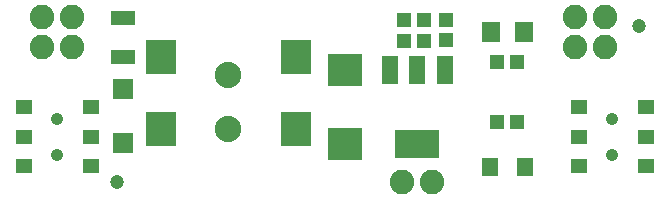
<source format=gbr>
G04 EAGLE Gerber RS-274X export*
G75*
%MOMM*%
%FSLAX34Y34*%
%LPD*%
%INSoldermask Top*%
%IPPOS*%
%AMOC8*
5,1,8,0,0,1.08239X$1,22.5*%
G01*
%ADD10R,1.203200X1.303200*%
%ADD11R,2.903200X2.753200*%
%ADD12R,1.303200X1.203200*%
%ADD13R,1.603200X1.803200*%
%ADD14R,1.403200X1.603200*%
%ADD15R,1.422400X2.438400*%
%ADD16R,3.803200X2.403200*%
%ADD17R,2.003200X1.203200*%
%ADD18C,2.082800*%
%ADD19R,2.603200X3.003200*%
%ADD20C,2.235200*%
%ADD21R,1.673200X1.727200*%
%ADD22R,1.353200X1.203200*%
%ADD23C,1.053200*%
%ADD24C,1.203200*%


D10*
X367030Y149470D03*
X367030Y132470D03*
D11*
X281940Y44500D03*
X281940Y107900D03*
D12*
X348860Y132080D03*
X331860Y132080D03*
X427600Y63500D03*
X410600Y63500D03*
D13*
X405100Y139700D03*
X433100Y139700D03*
D14*
X434100Y25400D03*
X404100Y25400D03*
D12*
X427600Y114300D03*
X410600Y114300D03*
D15*
X366014Y107188D03*
X342900Y107188D03*
X319786Y107188D03*
D16*
X342900Y45210D03*
D17*
X93980Y118080D03*
X93980Y151160D03*
D18*
X25400Y152400D03*
X50800Y152400D03*
X501650Y152400D03*
X476250Y152400D03*
D19*
X125880Y57150D03*
X239880Y57150D03*
X125880Y118150D03*
X239880Y118150D03*
D20*
X182880Y57150D03*
X182880Y102870D03*
D18*
X330200Y12700D03*
X355600Y12700D03*
D21*
X93980Y45974D03*
X93980Y91186D03*
D22*
X479750Y75800D03*
X479750Y50800D03*
X479750Y25800D03*
X536250Y75800D03*
X536250Y50800D03*
X536250Y25800D03*
D23*
X508000Y65800D03*
X508000Y35800D03*
D12*
X331860Y149860D03*
X348860Y149860D03*
D22*
X66350Y25800D03*
X66350Y50800D03*
X66350Y75800D03*
X9850Y25800D03*
X9850Y50800D03*
X9850Y75800D03*
D23*
X38100Y35800D03*
X38100Y65800D03*
D24*
X88900Y12700D03*
X530860Y144780D03*
D18*
X25400Y127000D03*
X50800Y127000D03*
X501650Y127000D03*
X476250Y127000D03*
M02*

</source>
